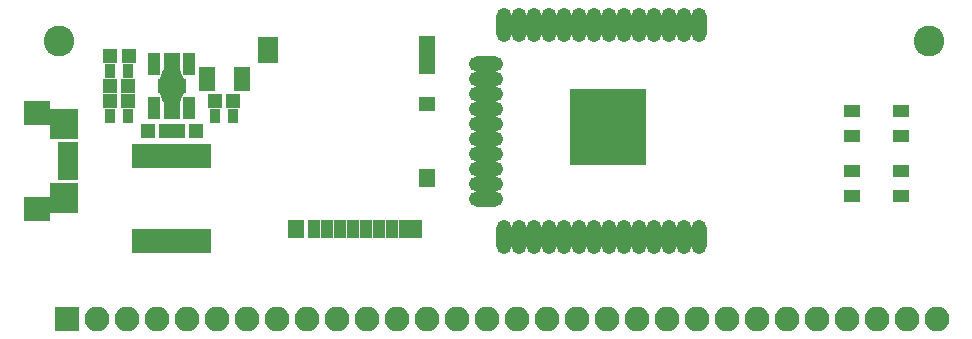
<source format=gts>
G04 #@! TF.FileFunction,Soldermask,Top*
%FSLAX46Y46*%
G04 Gerber Fmt 4.6, Leading zero omitted, Abs format (unit mm)*
G04 Created by KiCad (PCBNEW 4.0.7) date Sun Nov 12 16:40:09 2017*
%MOMM*%
%LPD*%
G01*
G04 APERTURE LIST*
%ADD10C,0.100000*%
%ADD11R,2.300000X2.000000*%
%ADD12R,2.400000X2.500000*%
%ADD13R,1.750000X0.800000*%
%ADD14R,1.200000X1.150000*%
%ADD15R,1.400000X2.000000*%
%ADD16R,1.200000X1.200000*%
%ADD17R,0.900000X1.300000*%
%ADD18R,2.100000X2.100000*%
%ADD19O,2.100000X2.100000*%
%ADD20R,1.100000X1.600000*%
%ADD21R,1.400000X1.600000*%
%ADD22R,1.400000X1.200000*%
%ADD23R,1.400000X3.200000*%
%ADD24R,1.700000X2.300000*%
%ADD25R,1.450000X1.050000*%
%ADD26O,1.300000X2.900000*%
%ADD27O,2.900000X1.300000*%
%ADD28R,6.400000X6.400000*%
%ADD29R,1.100000X1.900000*%
%ADD30R,1.400000X1.900000*%
%ADD31R,2.400000X1.200000*%
%ADD32R,0.850000X2.150000*%
%ADD33C,2.600000*%
G04 APERTURE END LIST*
D10*
D11*
X74930000Y-152745000D03*
X74930000Y-160945000D03*
D12*
X77280000Y-153745000D03*
X77280000Y-159945000D03*
D13*
X77610000Y-156845000D03*
X77610000Y-157495000D03*
X77610000Y-158145000D03*
X77610000Y-156195000D03*
X77610000Y-155545000D03*
D14*
X82665000Y-151765000D03*
X81165000Y-151765000D03*
X88380000Y-154305000D03*
X86880000Y-154305000D03*
X85840000Y-154305000D03*
X84340000Y-154305000D03*
X82665000Y-150495000D03*
X81165000Y-150495000D03*
X91555000Y-151765000D03*
X90055000Y-151765000D03*
D15*
X89305000Y-149860000D03*
X92305000Y-149860000D03*
D16*
X81115000Y-147955000D03*
X82715000Y-147955000D03*
D17*
X81165000Y-153035000D03*
X82665000Y-153035000D03*
D18*
X77470000Y-170180000D03*
D19*
X80010000Y-170180000D03*
X82550000Y-170180000D03*
X85090000Y-170180000D03*
X87630000Y-170180000D03*
X90170000Y-170180000D03*
X92710000Y-170180000D03*
X95250000Y-170180000D03*
X97790000Y-170180000D03*
X100330000Y-170180000D03*
X102870000Y-170180000D03*
X105410000Y-170180000D03*
X107950000Y-170180000D03*
X110490000Y-170180000D03*
X113030000Y-170180000D03*
X115570000Y-170180000D03*
X118110000Y-170180000D03*
X120650000Y-170180000D03*
X123190000Y-170180000D03*
X125730000Y-170180000D03*
X128270000Y-170180000D03*
X130810000Y-170180000D03*
X133350000Y-170180000D03*
X135890000Y-170180000D03*
X138430000Y-170180000D03*
X140970000Y-170180000D03*
X143510000Y-170180000D03*
X146050000Y-170180000D03*
X148590000Y-170180000D03*
X151130000Y-170180000D03*
D20*
X98400000Y-162560000D03*
X99500000Y-162560000D03*
X100600000Y-162560000D03*
X101700000Y-162560000D03*
X102800000Y-162560000D03*
X103900000Y-162560000D03*
X105000000Y-162560000D03*
X106100000Y-162560000D03*
X107050000Y-162560000D03*
D21*
X96850000Y-162560000D03*
X108000000Y-158260000D03*
D22*
X108000000Y-152060000D03*
D23*
X108000000Y-147910000D03*
D24*
X94500000Y-147460000D03*
D17*
X90055000Y-153035000D03*
X91555000Y-153035000D03*
X81165000Y-149225000D03*
X82665000Y-149225000D03*
D25*
X143975000Y-152595000D03*
X148125000Y-152595000D03*
X143975000Y-154745000D03*
X148125000Y-154745000D03*
X143975000Y-157675000D03*
X148125000Y-157675000D03*
X143975000Y-159825000D03*
X148125000Y-159825000D03*
D26*
X130980000Y-163305000D03*
X129710000Y-163305000D03*
X128440000Y-163305000D03*
X127170000Y-163305000D03*
X125900000Y-163305000D03*
X124630000Y-163305000D03*
X123360000Y-163305000D03*
X122090000Y-163305000D03*
X120820000Y-163305000D03*
X119550000Y-163305000D03*
X118280000Y-163305000D03*
X117010000Y-163305000D03*
X115740000Y-163305000D03*
X114470000Y-163305000D03*
D27*
X112980000Y-160020000D03*
X112980000Y-158750000D03*
X112980000Y-157480000D03*
X112980000Y-156210000D03*
X112980000Y-154940000D03*
X112980000Y-153670000D03*
X112980000Y-152400000D03*
X112980000Y-151130000D03*
X112980000Y-149860000D03*
X112980000Y-148590000D03*
D26*
X114470000Y-145305000D03*
X115740000Y-145305000D03*
X117010000Y-145305000D03*
X118280000Y-145305000D03*
X119550000Y-145305000D03*
X120820000Y-145305000D03*
X122090000Y-145305000D03*
X123360000Y-145305000D03*
X124630000Y-145305000D03*
X125900000Y-145305000D03*
X127170000Y-145305000D03*
X128440000Y-145305000D03*
X129710000Y-145305000D03*
X130980000Y-145305000D03*
D28*
X123280000Y-154005000D03*
D10*
G36*
X85160000Y-150295000D02*
X85660000Y-149145000D01*
X87060000Y-149145000D01*
X87560000Y-150295000D01*
X85160000Y-150295000D01*
X85160000Y-150295000D01*
G37*
D29*
X84860000Y-148645000D03*
X87860000Y-148645000D03*
X84860000Y-152345000D03*
D30*
X86360000Y-152345000D03*
D29*
X87860000Y-152345000D03*
D30*
X86360000Y-148645000D03*
D10*
G36*
X87560000Y-150695000D02*
X87060000Y-151845000D01*
X85660000Y-151845000D01*
X85160000Y-150695000D01*
X87560000Y-150695000D01*
X87560000Y-150695000D01*
G37*
D31*
X86360000Y-150495000D03*
D32*
X83435000Y-163620000D03*
X84085000Y-163620000D03*
X84735000Y-163620000D03*
X85385000Y-163620000D03*
X86035000Y-163620000D03*
X86685000Y-163620000D03*
X87335000Y-163620000D03*
X87985000Y-163620000D03*
X88635000Y-163620000D03*
X89285000Y-163620000D03*
X89285000Y-156420000D03*
X88635000Y-156420000D03*
X87985000Y-156420000D03*
X87335000Y-156420000D03*
X86685000Y-156420000D03*
X86035000Y-156420000D03*
X85385000Y-156420000D03*
X84735000Y-156420000D03*
X84085000Y-156420000D03*
X83435000Y-156420000D03*
D33*
X76835000Y-146685000D03*
X150495000Y-146685000D03*
M02*

</source>
